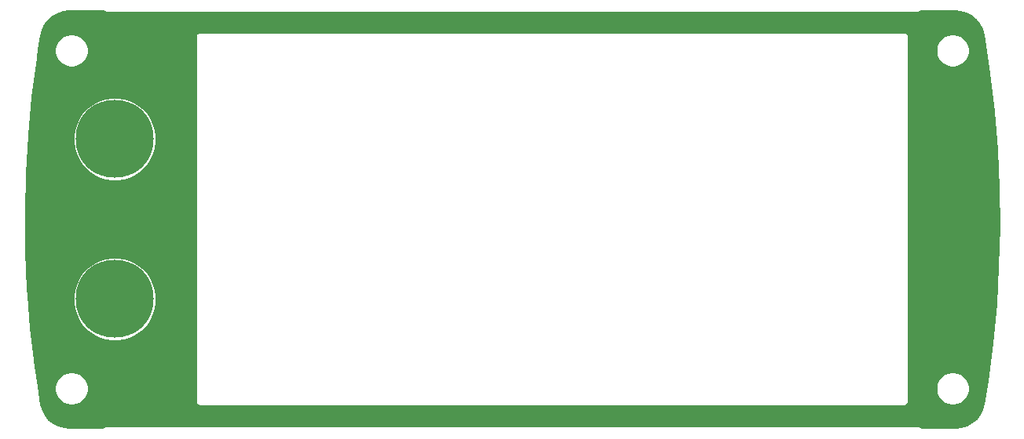
<source format=gtl>
G04 #@! TF.GenerationSoftware,KiCad,Pcbnew,(5.1.4)-1*
G04 #@! TF.CreationDate,2019-12-03T09:24:41+01:00*
G04 #@! TF.ProjectId,dps3005,64707333-3030-4352-9e6b-696361645f70,rev?*
G04 #@! TF.SameCoordinates,PX44300e0PY2cd29c0*
G04 #@! TF.FileFunction,Copper,L1,Top*
G04 #@! TF.FilePolarity,Positive*
%FSLAX45Y45*%
G04 Gerber Fmt 4.5, Leading zero omitted, Abs format (unit mm)*
G04 Created by KiCad (PCBNEW (5.1.4)-1) date 2019-12-03 09:24:41*
%MOMM*%
%LPD*%
G04 APERTURE LIST*
%ADD10C,8.400000*%
%ADD11C,0.254000*%
G04 APERTURE END LIST*
D10*
X1005000Y-1420000D03*
X1005000Y-3150000D03*
D11*
G36*
X886447Y-45675D02*
G01*
X893865Y-49640D01*
X901914Y-52082D01*
X910285Y-52907D01*
X912383Y-52700D01*
X9668187Y-52700D01*
X9670285Y-52907D01*
X9678656Y-52082D01*
X9686705Y-49640D01*
X9694123Y-45675D01*
X9699597Y-41183D01*
X10064303Y-41183D01*
X10125832Y-47226D01*
X10183210Y-64559D01*
X10236128Y-92707D01*
X10282571Y-130597D01*
X10320770Y-176787D01*
X10349269Y-229516D01*
X10367529Y-288537D01*
X10368510Y-293629D01*
X10430939Y-705976D01*
X10478951Y-1120355D01*
X10512473Y-1536160D01*
X10531463Y-1952878D01*
X10535898Y-2370010D01*
X10525772Y-2787040D01*
X10501099Y-3203462D01*
X10461908Y-3618770D01*
X10408227Y-4032602D01*
X10369426Y-4277840D01*
X10353230Y-4337489D01*
X10326589Y-4391177D01*
X10290028Y-4438668D01*
X10244939Y-4478154D01*
X10193039Y-4508129D01*
X10136305Y-4527453D01*
X10075190Y-4535618D01*
X10065759Y-4535783D01*
X9705649Y-4535783D01*
X9700624Y-4529661D01*
X9694123Y-4524325D01*
X9686705Y-4520360D01*
X9678656Y-4517918D01*
X9672383Y-4517300D01*
X9670285Y-4517093D01*
X9668187Y-4517300D01*
X912383Y-4517300D01*
X910285Y-4517093D01*
X908187Y-4517300D01*
X908187Y-4517300D01*
X901914Y-4517918D01*
X893865Y-4520360D01*
X886447Y-4524325D01*
X879945Y-4529661D01*
X874921Y-4535783D01*
X515943Y-4535783D01*
X454705Y-4529763D01*
X397324Y-4512423D01*
X344403Y-4484268D01*
X297959Y-4446370D01*
X259761Y-4400173D01*
X231263Y-4347436D01*
X212988Y-4288346D01*
X212401Y-4285346D01*
X183869Y-4097006D01*
X357300Y-4097006D01*
X357300Y-4132994D01*
X364321Y-4168292D01*
X378093Y-4201541D01*
X398088Y-4231465D01*
X423535Y-4256912D01*
X453459Y-4276907D01*
X486708Y-4290679D01*
X522006Y-4297700D01*
X557994Y-4297700D01*
X593292Y-4290679D01*
X626541Y-4276907D01*
X656465Y-4256912D01*
X681912Y-4231465D01*
X701907Y-4201541D01*
X715679Y-4168292D01*
X722700Y-4132994D01*
X722700Y-4097006D01*
X715679Y-4061708D01*
X701907Y-4028459D01*
X681912Y-3998535D01*
X656465Y-3973088D01*
X626541Y-3953093D01*
X593292Y-3939321D01*
X557994Y-3932300D01*
X522006Y-3932300D01*
X486708Y-3939321D01*
X453459Y-3953093D01*
X423535Y-3973088D01*
X398088Y-3998535D01*
X378093Y-4028459D01*
X364321Y-4061708D01*
X357300Y-4097006D01*
X183869Y-4097006D01*
X149913Y-3872858D01*
X101839Y-3458268D01*
X73360Y-3105413D01*
X552300Y-3105413D01*
X552300Y-3194587D01*
X569697Y-3282048D01*
X603823Y-3364434D01*
X653365Y-3438579D01*
X716421Y-3501635D01*
X790566Y-3551177D01*
X872952Y-3585303D01*
X960413Y-3602700D01*
X1049587Y-3602700D01*
X1137048Y-3585303D01*
X1219434Y-3551177D01*
X1293579Y-3501635D01*
X1356635Y-3438579D01*
X1406177Y-3364434D01*
X1440303Y-3282048D01*
X1457700Y-3194587D01*
X1457700Y-3105413D01*
X1440303Y-3017952D01*
X1406177Y-2935566D01*
X1356635Y-2861421D01*
X1293579Y-2798365D01*
X1219434Y-2748823D01*
X1137048Y-2714697D01*
X1049587Y-2697300D01*
X960413Y-2697300D01*
X872952Y-2714697D01*
X790566Y-2748823D01*
X716421Y-2798365D01*
X653365Y-2861421D01*
X603823Y-2935566D01*
X569697Y-3017952D01*
X552300Y-3105413D01*
X73360Y-3105413D01*
X68263Y-3042256D01*
X49226Y-2625319D01*
X44752Y-2207980D01*
X54845Y-1790735D01*
X79416Y-1375413D01*
X552300Y-1375413D01*
X552300Y-1464587D01*
X569697Y-1552048D01*
X603823Y-1634434D01*
X653365Y-1708579D01*
X716421Y-1771635D01*
X790566Y-1821177D01*
X872952Y-1855303D01*
X960413Y-1872700D01*
X1049587Y-1872700D01*
X1137048Y-1855303D01*
X1219434Y-1821177D01*
X1293579Y-1771635D01*
X1356635Y-1708579D01*
X1406177Y-1634434D01*
X1440303Y-1552048D01*
X1457700Y-1464587D01*
X1457700Y-1375413D01*
X1440303Y-1287952D01*
X1406177Y-1205566D01*
X1356635Y-1131421D01*
X1293579Y-1068365D01*
X1219434Y-1018822D01*
X1137048Y-984697D01*
X1049587Y-967300D01*
X960413Y-967300D01*
X872952Y-984697D01*
X790566Y-1018822D01*
X716421Y-1068365D01*
X653365Y-1131421D01*
X603823Y-1205566D01*
X569697Y-1287952D01*
X552300Y-1375413D01*
X79416Y-1375413D01*
X79494Y-1374095D01*
X118669Y-958569D01*
X172340Y-544521D01*
X187760Y-447006D01*
X357300Y-447006D01*
X357300Y-482994D01*
X364321Y-518292D01*
X378093Y-551541D01*
X398088Y-581465D01*
X423535Y-606912D01*
X453459Y-626907D01*
X486708Y-640679D01*
X522006Y-647700D01*
X557994Y-647700D01*
X593292Y-640679D01*
X626541Y-626907D01*
X656465Y-606912D01*
X681912Y-581465D01*
X701907Y-551541D01*
X715679Y-518292D01*
X722700Y-482994D01*
X722700Y-447006D01*
X715679Y-411708D01*
X701907Y-378459D01*
X681912Y-348536D01*
X656465Y-323088D01*
X636878Y-310000D01*
X1877093Y-310000D01*
X1877300Y-312099D01*
X1877300Y-4257902D01*
X1877093Y-4260000D01*
X1877918Y-4268371D01*
X1880359Y-4276420D01*
X1884324Y-4283838D01*
X1889660Y-4290340D01*
X1896162Y-4295676D01*
X1903580Y-4299641D01*
X1911629Y-4302082D01*
X1916225Y-4302535D01*
X1920000Y-4302907D01*
X1922098Y-4302700D01*
X9517902Y-4302700D01*
X9520000Y-4302907D01*
X9523775Y-4302535D01*
X9528371Y-4302082D01*
X9536420Y-4299641D01*
X9543838Y-4295676D01*
X9550340Y-4290340D01*
X9555676Y-4283838D01*
X9559641Y-4276420D01*
X9562082Y-4268371D01*
X9562907Y-4260000D01*
X9562700Y-4257902D01*
X9562700Y-4097006D01*
X9857300Y-4097006D01*
X9857300Y-4132994D01*
X9864321Y-4168292D01*
X9878093Y-4201541D01*
X9898088Y-4231465D01*
X9923536Y-4256912D01*
X9953459Y-4276907D01*
X9986708Y-4290679D01*
X10022006Y-4297700D01*
X10057994Y-4297700D01*
X10093292Y-4290679D01*
X10126541Y-4276907D01*
X10156465Y-4256912D01*
X10181912Y-4231465D01*
X10201907Y-4201541D01*
X10215679Y-4168292D01*
X10222700Y-4132994D01*
X10222700Y-4097006D01*
X10215679Y-4061708D01*
X10201907Y-4028459D01*
X10181912Y-3998535D01*
X10156465Y-3973088D01*
X10126541Y-3953093D01*
X10093292Y-3939321D01*
X10057994Y-3932300D01*
X10022006Y-3932300D01*
X9986708Y-3939321D01*
X9953459Y-3953093D01*
X9923536Y-3973088D01*
X9898088Y-3998535D01*
X9878093Y-4028459D01*
X9864321Y-4061708D01*
X9857300Y-4097006D01*
X9562700Y-4097006D01*
X9562700Y-447006D01*
X9857300Y-447006D01*
X9857300Y-482994D01*
X9864321Y-518292D01*
X9878093Y-551541D01*
X9898088Y-581465D01*
X9923536Y-606912D01*
X9953459Y-626907D01*
X9986708Y-640679D01*
X10022006Y-647700D01*
X10057994Y-647700D01*
X10093292Y-640679D01*
X10126541Y-626907D01*
X10156465Y-606912D01*
X10181912Y-581465D01*
X10201907Y-551541D01*
X10215679Y-518292D01*
X10222700Y-482994D01*
X10222700Y-447006D01*
X10215679Y-411708D01*
X10201907Y-378459D01*
X10181912Y-348536D01*
X10156465Y-323088D01*
X10126541Y-303093D01*
X10093292Y-289321D01*
X10057994Y-282300D01*
X10022006Y-282300D01*
X9986708Y-289321D01*
X9953459Y-303093D01*
X9923536Y-323088D01*
X9898088Y-348536D01*
X9878093Y-378459D01*
X9864321Y-411708D01*
X9857300Y-447006D01*
X9562700Y-447006D01*
X9562700Y-312098D01*
X9562907Y-310000D01*
X9562082Y-301629D01*
X9559641Y-293580D01*
X9555676Y-286162D01*
X9550340Y-279661D01*
X9543838Y-274325D01*
X9536420Y-270360D01*
X9528371Y-267918D01*
X9522098Y-267300D01*
X9522098Y-267300D01*
X9520000Y-267093D01*
X9517902Y-267300D01*
X1922098Y-267300D01*
X1920000Y-267093D01*
X1917902Y-267300D01*
X1917902Y-267300D01*
X1911629Y-267918D01*
X1903580Y-270360D01*
X1896162Y-274325D01*
X1889660Y-279661D01*
X1884324Y-286162D01*
X1880359Y-293580D01*
X1877918Y-301629D01*
X1877093Y-310000D01*
X636878Y-310000D01*
X626541Y-303093D01*
X593292Y-289321D01*
X557994Y-282300D01*
X522006Y-282300D01*
X486708Y-289321D01*
X453459Y-303093D01*
X423535Y-323088D01*
X398088Y-348536D01*
X378093Y-378459D01*
X364321Y-411708D01*
X357300Y-447006D01*
X187760Y-447006D01*
X211151Y-299081D01*
X227357Y-239431D01*
X254006Y-185747D01*
X290575Y-138262D01*
X335671Y-98783D01*
X387576Y-68816D01*
X444312Y-49501D01*
X505430Y-41347D01*
X514811Y-41183D01*
X880973Y-41183D01*
X886447Y-45675D01*
X886447Y-45675D01*
G37*
X886447Y-45675D02*
X893865Y-49640D01*
X901914Y-52082D01*
X910285Y-52907D01*
X912383Y-52700D01*
X9668187Y-52700D01*
X9670285Y-52907D01*
X9678656Y-52082D01*
X9686705Y-49640D01*
X9694123Y-45675D01*
X9699597Y-41183D01*
X10064303Y-41183D01*
X10125832Y-47226D01*
X10183210Y-64559D01*
X10236128Y-92707D01*
X10282571Y-130597D01*
X10320770Y-176787D01*
X10349269Y-229516D01*
X10367529Y-288537D01*
X10368510Y-293629D01*
X10430939Y-705976D01*
X10478951Y-1120355D01*
X10512473Y-1536160D01*
X10531463Y-1952878D01*
X10535898Y-2370010D01*
X10525772Y-2787040D01*
X10501099Y-3203462D01*
X10461908Y-3618770D01*
X10408227Y-4032602D01*
X10369426Y-4277840D01*
X10353230Y-4337489D01*
X10326589Y-4391177D01*
X10290028Y-4438668D01*
X10244939Y-4478154D01*
X10193039Y-4508129D01*
X10136305Y-4527453D01*
X10075190Y-4535618D01*
X10065759Y-4535783D01*
X9705649Y-4535783D01*
X9700624Y-4529661D01*
X9694123Y-4524325D01*
X9686705Y-4520360D01*
X9678656Y-4517918D01*
X9672383Y-4517300D01*
X9670285Y-4517093D01*
X9668187Y-4517300D01*
X912383Y-4517300D01*
X910285Y-4517093D01*
X908187Y-4517300D01*
X908187Y-4517300D01*
X901914Y-4517918D01*
X893865Y-4520360D01*
X886447Y-4524325D01*
X879945Y-4529661D01*
X874921Y-4535783D01*
X515943Y-4535783D01*
X454705Y-4529763D01*
X397324Y-4512423D01*
X344403Y-4484268D01*
X297959Y-4446370D01*
X259761Y-4400173D01*
X231263Y-4347436D01*
X212988Y-4288346D01*
X212401Y-4285346D01*
X183869Y-4097006D01*
X357300Y-4097006D01*
X357300Y-4132994D01*
X364321Y-4168292D01*
X378093Y-4201541D01*
X398088Y-4231465D01*
X423535Y-4256912D01*
X453459Y-4276907D01*
X486708Y-4290679D01*
X522006Y-4297700D01*
X557994Y-4297700D01*
X593292Y-4290679D01*
X626541Y-4276907D01*
X656465Y-4256912D01*
X681912Y-4231465D01*
X701907Y-4201541D01*
X715679Y-4168292D01*
X722700Y-4132994D01*
X722700Y-4097006D01*
X715679Y-4061708D01*
X701907Y-4028459D01*
X681912Y-3998535D01*
X656465Y-3973088D01*
X626541Y-3953093D01*
X593292Y-3939321D01*
X557994Y-3932300D01*
X522006Y-3932300D01*
X486708Y-3939321D01*
X453459Y-3953093D01*
X423535Y-3973088D01*
X398088Y-3998535D01*
X378093Y-4028459D01*
X364321Y-4061708D01*
X357300Y-4097006D01*
X183869Y-4097006D01*
X149913Y-3872858D01*
X101839Y-3458268D01*
X73360Y-3105413D01*
X552300Y-3105413D01*
X552300Y-3194587D01*
X569697Y-3282048D01*
X603823Y-3364434D01*
X653365Y-3438579D01*
X716421Y-3501635D01*
X790566Y-3551177D01*
X872952Y-3585303D01*
X960413Y-3602700D01*
X1049587Y-3602700D01*
X1137048Y-3585303D01*
X1219434Y-3551177D01*
X1293579Y-3501635D01*
X1356635Y-3438579D01*
X1406177Y-3364434D01*
X1440303Y-3282048D01*
X1457700Y-3194587D01*
X1457700Y-3105413D01*
X1440303Y-3017952D01*
X1406177Y-2935566D01*
X1356635Y-2861421D01*
X1293579Y-2798365D01*
X1219434Y-2748823D01*
X1137048Y-2714697D01*
X1049587Y-2697300D01*
X960413Y-2697300D01*
X872952Y-2714697D01*
X790566Y-2748823D01*
X716421Y-2798365D01*
X653365Y-2861421D01*
X603823Y-2935566D01*
X569697Y-3017952D01*
X552300Y-3105413D01*
X73360Y-3105413D01*
X68263Y-3042256D01*
X49226Y-2625319D01*
X44752Y-2207980D01*
X54845Y-1790735D01*
X79416Y-1375413D01*
X552300Y-1375413D01*
X552300Y-1464587D01*
X569697Y-1552048D01*
X603823Y-1634434D01*
X653365Y-1708579D01*
X716421Y-1771635D01*
X790566Y-1821177D01*
X872952Y-1855303D01*
X960413Y-1872700D01*
X1049587Y-1872700D01*
X1137048Y-1855303D01*
X1219434Y-1821177D01*
X1293579Y-1771635D01*
X1356635Y-1708579D01*
X1406177Y-1634434D01*
X1440303Y-1552048D01*
X1457700Y-1464587D01*
X1457700Y-1375413D01*
X1440303Y-1287952D01*
X1406177Y-1205566D01*
X1356635Y-1131421D01*
X1293579Y-1068365D01*
X1219434Y-1018822D01*
X1137048Y-984697D01*
X1049587Y-967300D01*
X960413Y-967300D01*
X872952Y-984697D01*
X790566Y-1018822D01*
X716421Y-1068365D01*
X653365Y-1131421D01*
X603823Y-1205566D01*
X569697Y-1287952D01*
X552300Y-1375413D01*
X79416Y-1375413D01*
X79494Y-1374095D01*
X118669Y-958569D01*
X172340Y-544521D01*
X187760Y-447006D01*
X357300Y-447006D01*
X357300Y-482994D01*
X364321Y-518292D01*
X378093Y-551541D01*
X398088Y-581465D01*
X423535Y-606912D01*
X453459Y-626907D01*
X486708Y-640679D01*
X522006Y-647700D01*
X557994Y-647700D01*
X593292Y-640679D01*
X626541Y-626907D01*
X656465Y-606912D01*
X681912Y-581465D01*
X701907Y-551541D01*
X715679Y-518292D01*
X722700Y-482994D01*
X722700Y-447006D01*
X715679Y-411708D01*
X701907Y-378459D01*
X681912Y-348536D01*
X656465Y-323088D01*
X636878Y-310000D01*
X1877093Y-310000D01*
X1877300Y-312099D01*
X1877300Y-4257902D01*
X1877093Y-4260000D01*
X1877918Y-4268371D01*
X1880359Y-4276420D01*
X1884324Y-4283838D01*
X1889660Y-4290340D01*
X1896162Y-4295676D01*
X1903580Y-4299641D01*
X1911629Y-4302082D01*
X1916225Y-4302535D01*
X1920000Y-4302907D01*
X1922098Y-4302700D01*
X9517902Y-4302700D01*
X9520000Y-4302907D01*
X9523775Y-4302535D01*
X9528371Y-4302082D01*
X9536420Y-4299641D01*
X9543838Y-4295676D01*
X9550340Y-4290340D01*
X9555676Y-4283838D01*
X9559641Y-4276420D01*
X9562082Y-4268371D01*
X9562907Y-4260000D01*
X9562700Y-4257902D01*
X9562700Y-4097006D01*
X9857300Y-4097006D01*
X9857300Y-4132994D01*
X9864321Y-4168292D01*
X9878093Y-4201541D01*
X9898088Y-4231465D01*
X9923536Y-4256912D01*
X9953459Y-4276907D01*
X9986708Y-4290679D01*
X10022006Y-4297700D01*
X10057994Y-4297700D01*
X10093292Y-4290679D01*
X10126541Y-4276907D01*
X10156465Y-4256912D01*
X10181912Y-4231465D01*
X10201907Y-4201541D01*
X10215679Y-4168292D01*
X10222700Y-4132994D01*
X10222700Y-4097006D01*
X10215679Y-4061708D01*
X10201907Y-4028459D01*
X10181912Y-3998535D01*
X10156465Y-3973088D01*
X10126541Y-3953093D01*
X10093292Y-3939321D01*
X10057994Y-3932300D01*
X10022006Y-3932300D01*
X9986708Y-3939321D01*
X9953459Y-3953093D01*
X9923536Y-3973088D01*
X9898088Y-3998535D01*
X9878093Y-4028459D01*
X9864321Y-4061708D01*
X9857300Y-4097006D01*
X9562700Y-4097006D01*
X9562700Y-447006D01*
X9857300Y-447006D01*
X9857300Y-482994D01*
X9864321Y-518292D01*
X9878093Y-551541D01*
X9898088Y-581465D01*
X9923536Y-606912D01*
X9953459Y-626907D01*
X9986708Y-640679D01*
X10022006Y-647700D01*
X10057994Y-647700D01*
X10093292Y-640679D01*
X10126541Y-626907D01*
X10156465Y-606912D01*
X10181912Y-581465D01*
X10201907Y-551541D01*
X10215679Y-518292D01*
X10222700Y-482994D01*
X10222700Y-447006D01*
X10215679Y-411708D01*
X10201907Y-378459D01*
X10181912Y-348536D01*
X10156465Y-323088D01*
X10126541Y-303093D01*
X10093292Y-289321D01*
X10057994Y-282300D01*
X10022006Y-282300D01*
X9986708Y-289321D01*
X9953459Y-303093D01*
X9923536Y-323088D01*
X9898088Y-348536D01*
X9878093Y-378459D01*
X9864321Y-411708D01*
X9857300Y-447006D01*
X9562700Y-447006D01*
X9562700Y-312098D01*
X9562907Y-310000D01*
X9562082Y-301629D01*
X9559641Y-293580D01*
X9555676Y-286162D01*
X9550340Y-279661D01*
X9543838Y-274325D01*
X9536420Y-270360D01*
X9528371Y-267918D01*
X9522098Y-267300D01*
X9522098Y-267300D01*
X9520000Y-267093D01*
X9517902Y-267300D01*
X1922098Y-267300D01*
X1920000Y-267093D01*
X1917902Y-267300D01*
X1917902Y-267300D01*
X1911629Y-267918D01*
X1903580Y-270360D01*
X1896162Y-274325D01*
X1889660Y-279661D01*
X1884324Y-286162D01*
X1880359Y-293580D01*
X1877918Y-301629D01*
X1877093Y-310000D01*
X636878Y-310000D01*
X626541Y-303093D01*
X593292Y-289321D01*
X557994Y-282300D01*
X522006Y-282300D01*
X486708Y-289321D01*
X453459Y-303093D01*
X423535Y-323088D01*
X398088Y-348536D01*
X378093Y-378459D01*
X364321Y-411708D01*
X357300Y-447006D01*
X187760Y-447006D01*
X211151Y-299081D01*
X227357Y-239431D01*
X254006Y-185747D01*
X290575Y-138262D01*
X335671Y-98783D01*
X387576Y-68816D01*
X444312Y-49501D01*
X505430Y-41347D01*
X514811Y-41183D01*
X880973Y-41183D01*
X886447Y-45675D01*
M02*

</source>
